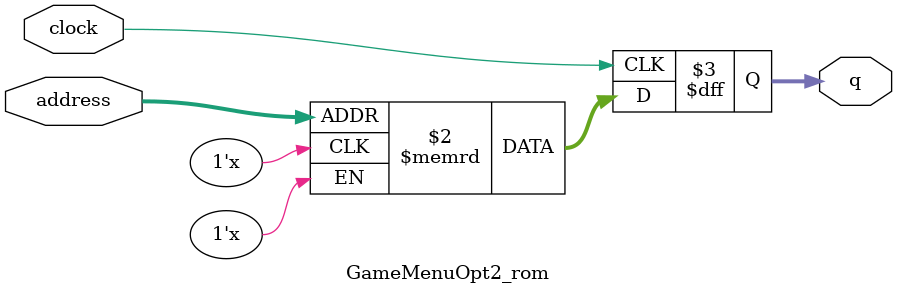
<source format=sv>
module GameMenuOpt2_rom (
	input logic clock,
	input logic [18:0] address,
	output logic [2:0] q
);

logic [2:0] memory [0:307199] /* synthesis ram_init_file = "./GameMenuOpt2/GameMenuOpt2.COE" */;

always_ff @ (posedge clock) begin
	q <= memory[address];
end

endmodule

</source>
